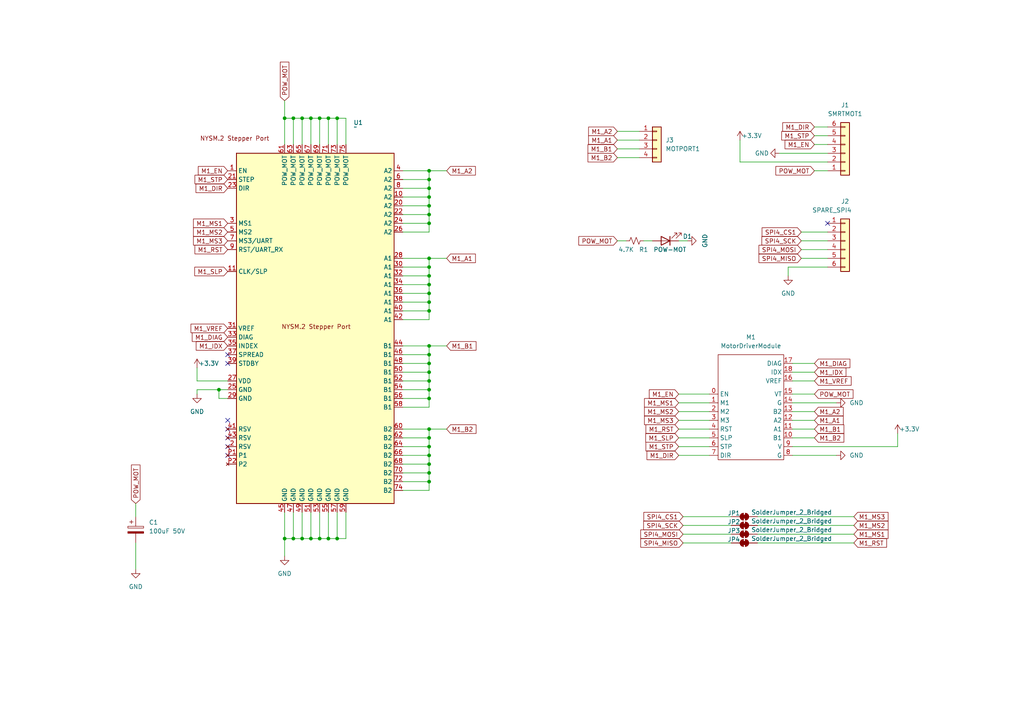
<source format=kicad_sch>
(kicad_sch (version 20231120) (generator "eeschema") (generator_version "8.0")
  (paper "A4")
  (title_block (title "NYSM.2 Stepper Driver Evaluation Carrier Board") (date "2024-12-08") (rev "1") (company "Boltz R&D") (comment 1 "Licensed Under GPLV3") (comment 2 "To be used as a reference to integrate NYSM.2 In your designs"))
  (lib_symbols
    (symbol "Connector_Generic:Conn_01x04" (pin_names (offset 1.016) hide)
      (property "Reference" "J" (at 0 5.08 0))
      (property "Value" "Conn_01x04" (at 0 -7.62 0))
      (symbol "Conn_01x04_1_1"
        (rectangle (start -1.27 -4.953) (end 0 -5.207) (stroke (width 0.1524)))
        (rectangle (start -1.27 -2.413) (end 0 -2.667) (stroke (width 0.1524)))
        (rectangle (start -1.27 0.127) (end 0 -0.127) (stroke (width 0.1524)))
        (rectangle (start -1.27 2.667) (end 0 2.413) (stroke (width 0.1524)))
        (rectangle (start -1.27 3.81) (end 1.27 -6.35) (stroke (width 0.254)) (fill (type background)))
        (pin passive line (at -5.08 2.54 0) (length 3.81) (name "Pin_1") (number "1"))
        (pin passive line (at -5.08 0 0) (length 3.81) (name "Pin_2") (number "2"))
        (pin passive line (at -5.08 -2.54 0) (length 3.81) (name "Pin_3") (number "3"))
        (pin passive line (at -5.08 -5.08 0) (length 3.81) (name "Pin_4") (number "4"))
      )
    )
    (symbol "Connector_Generic:Conn_01x06" (pin_names (offset 1.016) hide)
      (property "Reference" "J" (at 0 7.62 0))
      (property "Value" "Conn_01x06" (at 0 -10.16 0))
      (symbol "Conn_01x06_1_1"
        (rectangle (start -1.27 -7.493) (end 0 -7.747) (stroke (width 0.1524)))
        (rectangle (start -1.27 -4.953) (end 0 -5.207) (stroke (width 0.1524)))
        (rectangle (start -1.27 -2.413) (end 0 -2.667) (stroke (width 0.1524)))
        (rectangle (start -1.27 0.127) (end 0 -0.127) (stroke (width 0.1524)))
        (rectangle (start -1.27 2.667) (end 0 2.413) (stroke (width 0.1524)))
        (rectangle (start -1.27 5.207) (end 0 4.953) (stroke (width 0.1524)))
        (rectangle (start -1.27 6.35) (end 1.27 -8.89) (stroke (width 0.254)) (fill (type background)))
        (pin passive line (at -5.08 5.08 0) (length 3.81) (name "Pin_1") (number "1"))
        (pin passive line (at -5.08 2.54 0) (length 3.81) (name "Pin_2") (number "2"))
        (pin passive line (at -5.08 0 0) (length 3.81) (name "Pin_3") (number "3"))
        (pin passive line (at -5.08 -2.54 0) (length 3.81) (name "Pin_4") (number "4"))
        (pin passive line (at -5.08 -5.08 0) (length 3.81) (name "Pin_5") (number "5"))
        (pin passive line (at -5.08 -7.62 0) (length 3.81) (name "Pin_6") (number "6"))
      )
    )
    (symbol "Device:C_Polarized" (pin_numbers hide) (pin_names (offset 0.254))
      (property "Reference" "C" (at 0.635 2.54 0))
      (property "Value" "C_Polarized" (at 0.635 -2.54 0))
      (symbol "C_Polarized_0_1"
        (rectangle (start -2.286 0.508) (end 2.286 1.016))
        (polyline (pts (xy -1.778 2.286) (xy -0.762 2.286)))
        (polyline (pts (xy -1.27 2.794) (xy -1.27 1.778)))
        (rectangle (start 2.286 -0.508) (end -2.286 -1.016) (fill (type outline)))
      )
      (symbol "C_Polarized_1_1"
        (pin passive line (at 0 3.81 270) (length 2.794) (name "~") (number "1"))
        (pin passive line (at 0 -3.81 90) (length 2.794) (name "~") (number "2"))
      )
    )
    (symbol "Device:LED" (pin_numbers hide) (pin_names (offset 1.016) hide)
      (property "Reference" "D" (at 0 2.54 0))
      (property "Value" "LED" (at 0 -2.54 0))
      (symbol "LED_0_1"
        (polyline (pts (xy -1.27 -1.27) (xy -1.27 1.27)) (stroke (width 0.254)))
        (polyline (pts (xy -1.27 0) (xy 1.27 0)))
        (polyline (pts (xy 1.27 -1.27) (xy 1.27 1.27) (xy -1.27 0) (xy 1.27 -1.27)) (stroke (width 0.254)))
        (polyline (pts (xy -3.048 -0.762) (xy -4.572 -2.286) (xy -3.81 -2.286) (xy -4.572 -2.286) (xy -4.572 -1.524)))
        (polyline (pts (xy -1.778 -0.762) (xy -3.302 -2.286) (xy -2.54 -2.286) (xy -3.302 -2.286) (xy -3.302 -1.524)))
      )
      (symbol "LED_1_1"
        (pin passive line (at -3.81 0 0) (length 2.54) (name "K") (number "1"))
        (pin passive line (at 3.81 0 180) (length 2.54) (name "A") (number "2"))
      )
    )
    (symbol "Device:R_Small_US" (pin_numbers hide) (pin_names (offset 0.254) hide)
      (property "Reference" "R" (at 0.762 0.508 0))
      (property "Value" "R_Small_US" (at 0.762 -1.016 0))
      (symbol "R_Small_US_1_1"
        (polyline (pts (xy 0 0) (xy 1.016 -0.381) (xy 0 -0.762) (xy -1.016 -1.143) (xy 0 -1.524)))
        (polyline (pts (xy 0 1.524) (xy 1.016 1.143) (xy 0 0.762) (xy -1.016 0.381) (xy 0 0)))
        (pin passive line (at 0 2.54 270) (length 1.016) (name "~") (number "1"))
        (pin passive line (at 0 -2.54 90) (length 1.016) (name "~") (number "2"))
      )
    )
    (symbol "Jumper:SolderJumper_2_Bridged" (pin_numbers hide) (pin_names (offset 0) hide) (exclude_from_sim yes) (in_bom no)
      (property "Reference" "JP" (at 0 2.032 0))
      (property "Value" "SolderJumper_2_Bridged" (at 0 -2.54 0))
      (symbol "SolderJumper_2_Bridged_0_1"
        (rectangle (start -0.508 0.508) (end 0.508 -0.508) (fill (type outline)))
        (arc (start -0.254 1.016) (mid -1.2656 0) (end -0.254 -1.016))
        (arc (start -0.254 1.016) (mid -1.2656 0) (end -0.254 -1.016) (fill (type outline)))
        (polyline (pts (xy -0.254 1.016) (xy -0.254 -1.016)))
        (polyline (pts (xy 0.254 1.016) (xy 0.254 -1.016)))
        (arc (start 0.254 -1.016) (mid 1.2656 0) (end 0.254 1.016))
        (arc (start 0.254 -1.016) (mid 1.2656 0) (end 0.254 1.016) (fill (type outline)))
      )
      (symbol "SolderJumper_2_Bridged_1_1"
        (pin passive line (at -3.81 0 0) (length 2.54) (name "A") (number "1"))
        (pin passive line (at 3.81 0 180) (length 2.54) (name "B") (number "2"))
      )
    )
    (symbol "NYSM2_Stepper_Socket:NYSM2_Stepper_Socket"
      (property "Reference" "U" (at -31.242 57.404 0))
      (symbol "NYSM2_Stepper_Socket_0_1"
        (rectangle (start -21.59 50.8) (end 24.13 -50.8) (stroke (width 0.254)) (fill (type background)))
      )
      (symbol "NYSM2_Stepper_Socket_1_1"
        (text "NYSM.2 Stepper Port" (at -22.098 55.118 0) (effects (font (size 1.27 1.27))))
        (text "NYSM.2 Stepper Port" (at 1.524 0.508 0) (effects (font (size 1.27 1.27))))
        (pin input line (at -24.13 45.72 0) (length 2.54) (name "EN") (number "1"))
        (pin output line (at 26.67 38.1 180) (length 2.54) (name "A2") (number "10"))
        (pin input line (at -24.13 16.51 0) (length 2.54) (name "CLK/SLP") (number "11"))
        (pin no_connect line (at -24.13 -34.29 0) (length 2.54) (name "RSV") (number "2"))
        (pin output line (at 26.67 35.56 180) (length 2.54) (name "A2") (number "20"))
        (pin input line (at -24.13 43.18 0) (length 2.54) (name "STEP") (number "21"))
        (pin output line (at 26.67 33.02 180) (length 2.54) (name "A2") (number "22"))
        (pin input line (at -24.13 40.64 0) (length 2.54) (name "DIR") (number "23"))
        (pin output line (at 26.67 30.48 180) (length 2.54) (name "A2") (number "24"))
        (pin bidirectional line (at -24.13 -17.78 0) (length 2.54) (name "GND") (number "25"))
        (pin output line (at 26.67 27.94 180) (length 2.54) (name "A2") (number "26"))
        (pin bidirectional line (at -24.13 -15.24 0) (length 2.54) (name "VDD") (number "27"))
        (pin output line (at 26.67 20.32 180) (length 2.54) (name "A1") (number "28"))
        (pin bidirectional line (at -24.13 -20.32 0) (length 2.54) (name "GND") (number "29"))
        (pin input line (at -24.13 30.48 0) (length 2.54) (name "MS1") (number "3"))
        (pin output line (at 26.67 17.78 180) (length 2.54) (name "A1") (number "30"))
        (pin bidirectional line (at -24.13 0 0) (length 2.54) (name "VREF") (number "31"))
        (pin output line (at 26.67 15.24 180) (length 2.54) (name "A1") (number "32"))
        (pin bidirectional line (at -24.13 -2.54 0) (length 2.54) (name "DIAG") (number "33"))
        (pin output line (at 26.67 12.7 180) (length 2.54) (name "A1") (number "34"))
        (pin bidirectional line (at -24.13 -5.08 0) (length 2.54) (name "INDEX") (number "35"))
        (pin output line (at 26.67 10.16 180) (length 2.54) (name "A1") (number "36"))
        (pin bidirectional line (at -24.13 -7.62 0) (length 2.54) (name "SPREAD") (number "37"))
        (pin output line (at 26.67 7.62 180) (length 2.54) (name "A1") (number "38"))
        (pin bidirectional line (at -24.13 -10.16 0) (length 2.54) (name "STDBY") (number "39"))
        (pin output line (at 26.67 45.72 180) (length 2.54) (name "A2") (number "4"))
        (pin output line (at 26.67 5.08 180) (length 2.54) (name "A1") (number "40"))
        (pin no_connect line (at -24.13 -29.21 0) (length 2.54) (name "RSV") (number "41"))
        (pin output line (at 26.67 2.54 180) (length 2.54) (name "A1") (number "42"))
        (pin no_connect line (at -24.13 -31.75 0) (length 2.54) (name "RSV") (number "43"))
        (pin output line (at 26.67 -5.08 180) (length 2.54) (name "B1") (number "44"))
        (pin power_in line (at -7.62 -53.34 90) (length 2.54) (name "GND") (number "45"))
        (pin output line (at 26.67 -7.62 180) (length 2.54) (name "B1") (number "46"))
        (pin power_in line (at -5.08 -53.34 90) (length 2.54) (name "GND") (number "47"))
        (pin output line (at 26.67 -10.16 180) (length 2.54) (name "B1") (number "48"))
        (pin power_in line (at -2.54 -53.34 90) (length 2.54) (name "GND") (number "49"))
        (pin input line (at -24.13 27.94 0) (length 2.54) (name "MS2") (number "5"))
        (pin output line (at 26.67 -12.7 180) (length 2.54) (name "B1") (number "50"))
        (pin power_in line (at 0 -53.34 90) (length 2.54) (name "GND") (number "51"))
        (pin output line (at 26.67 -15.24 180) (length 2.54) (name "B1") (number "52"))
        (pin power_in line (at 2.54 -53.34 90) (length 2.54) (name "GND") (number "53"))
        (pin output line (at 26.67 -17.78 180) (length 2.54) (name "B1") (number "54"))
        (pin power_in line (at 5.08 -53.34 90) (length 2.54) (name "GND") (number "55"))
        (pin output line (at 26.67 -20.32 180) (length 2.54) (name "B1") (number "56"))
        (pin power_in line (at 7.62 -53.34 90) (length 2.54) (name "GND") (number "57"))
        (pin output line (at 26.67 -22.86 180) (length 2.54) (name "B1") (number "58"))
        (pin power_in line (at 10.16 -53.34 90) (length 2.54) (name "GND") (number "59"))
        (pin output line (at 26.67 43.18 180) (length 2.54) (name "A2") (number "6"))
        (pin output line (at 26.67 -29.21 180) (length 2.54) (name "B2") (number "60"))
        (pin power_in line (at -7.62 53.34 270) (length 2.54) (name "POW_MOT") (number "61"))
        (pin output line (at 26.67 -31.75 180) (length 2.54) (name "B2") (number "62"))
        (pin power_in line (at -5.08 53.34 270) (length 2.54) (name "POW_MOT") (number "63"))
        (pin output line (at 26.67 -34.29 180) (length 2.54) (name "B2") (number "64"))
        (pin power_in line (at -2.54 53.34 270) (length 2.54) (name "POW_MOT") (number "65"))
        (pin output line (at 26.67 -36.83 180) (length 2.54) (name "B2") (number "66"))
        (pin power_in line (at 0 53.34 270) (length 2.54) (name "POW_MOT") (number "67"))
        (pin output line (at 26.67 -39.37 180) (length 2.54) (name "B2") (number "68"))
        (pin power_in line (at 2.54 53.34 270) (length 2.54) (name "POW_MOT") (number "69"))
        (pin input line (at -24.13 25.4 0) (length 2.54) (name "MS3/UART") (number "7"))
        (pin output line (at 26.67 -41.91 180) (length 2.54) (name "B2") (number "70"))
        (pin power_in line (at 5.08 53.34 270) (length 2.54) (name "POW_MOT") (number "71"))
        (pin output line (at 26.67 -44.45 180) (length 2.54) (name "B2") (number "72"))
        (pin power_in line (at 7.62 53.34 270) (length 2.54) (name "POW_MOT") (number "73"))
        (pin output line (at 26.67 -46.99 180) (length 2.54) (name "B2") (number "74"))
        (pin power_in line (at 10.16 53.34 270) (length 2.54) (name "POW_MOT") (number "75"))
        (pin output line (at 26.67 40.64 180) (length 2.54) (name "A2") (number "8"))
        (pin input line (at -24.13 22.86 0) (length 2.54) (name "RST/UART_RX") (number "9"))
        (pin no_connect line (at -24.13 -36.83 0) (length 2.54) (name "P1") (number "P1"))
        (pin no_connect line (at -24.13 -39.37 0) (length 2.54) (name "P2") (number "P2"))
      )
    )
    (symbol "motordrivermodule:MotorDriverModule"
      (property "Reference" "M" (at 0 11.43 0))
      (property "Value" "MotorDriverModule" (at 0 8.89 0))
      (symbol "MotorDriverModule_0_1"
        (rectangle (start -8.89 6.35) (end 10.16 -24.13))
      )
      (symbol "MotorDriverModule_1_1"
        (pin passive line (at -11.43 -5.08 0) (length 2.54) (name "EN") (number "0"))
        (pin passive line (at -11.43 -7.62 0) (length 2.54) (name "M1") (number "1"))
        (pin passive line (at 12.7 -17.78 180) (length 2.54) (name "B1") (number "10"))
        (pin passive line (at 12.7 -15.24 180) (length 2.54) (name "A1") (number "11"))
        (pin passive line (at 12.7 -12.7 180) (length 2.54) (name "A2") (number "12"))
        (pin passive line (at 12.7 -10.16 180) (length 2.54) (name "B2") (number "13"))
        (pin passive line (at 12.7 -7.62 180) (length 2.54) (name "G") (number "14"))
        (pin passive line (at 12.7 -5.08 180) (length 2.54) (name "VT") (number "15"))
        (pin passive line (at 12.7 -1.27 180) (length 2.54) (name "VREF") (number "16"))
        (pin passive line (at 12.7 3.81 180) (length 2.54) (name "DIAG") (number "17"))
        (pin passive line (at 12.7 1.27 180) (length 2.54) (name "IDX") (number "18"))
        (pin passive line (at -11.43 -10.16 0) (length 2.54) (name "M2") (number "2"))
        (pin passive line (at -11.43 -12.7 0) (length 2.54) (name "M3") (number "3"))
        (pin passive line (at -11.43 -15.24 0) (length 2.54) (name "RST") (number "4"))
        (pin passive line (at -11.43 -17.78 0) (length 2.54) (name "SLP") (number "5"))
        (pin passive line (at -11.43 -20.32 0) (length 2.54) (name "STP") (number "6"))
        (pin passive line (at -11.43 -22.86 0) (length 2.54) (name "DIR") (number "7"))
        (pin passive line (at 12.7 -22.86 180) (length 2.54) (name "G") (number "8"))
        (pin passive line (at 12.7 -20.32 180) (length 2.54) (name "V") (number "9"))
      )
    )
    (symbol "power:+3.3V" (power) (pin_names (offset 0))
      (property "Value" "+3.3V" (at 0 3.556 0))
      (symbol "+3.3V_0_1"
        (polyline (pts (xy -0.762 1.27) (xy 0 2.54)))
        (polyline (pts (xy 0 0) (xy 0 2.54)))
        (polyline (pts (xy 0 2.54) (xy 0.762 1.27)))
      )
      (symbol "+3.3V_1_1"
        (pin power_in line (at 0 0 90) (length 0) hide (name "+3.3V") (number "1"))
      )
    )
    (symbol "power:GND" (power) (pin_names (offset 0))
      (property "Value" "GND" (at 0 -3.81 0))
      (symbol "GND_0_1"
        (polyline (pts (xy 0 0) (xy 0 -1.27) (xy 1.27 -1.27) (xy 0 -2.54) (xy -1.27 -1.27) (xy 0 -1.27)))
      )
      (symbol "GND_1_1"
        (pin power_in line (at 0 0 270) (length 0) hide (name "GND") (number "1"))
      )
    )
  )
  (junction (at 124.46 124.46))
  (junction (at 90.17 34.29))
  (junction (at 124.46 85.09))
  (junction (at 124.46 54.61))
  (junction (at 124.46 100.33))
  (junction (at 87.63 156.21))
  (junction (at 124.46 107.95))
  (junction (at 124.46 105.41))
  (junction (at 124.46 49.53))
  (junction (at 95.25 34.29))
  (junction (at 97.79 156.21))
  (junction (at 90.17 156.21))
  (junction (at 92.71 34.29))
  (junction (at 124.46 87.63))
  (junction (at 124.46 82.55))
  (junction (at 124.46 134.62))
  (junction (at 92.71 156.21))
  (junction (at 95.25 156.21))
  (junction (at 124.46 74.93))
  (junction (at 63.5 113.03))
  (junction (at 124.46 102.87))
  (junction (at 124.46 139.7))
  (junction (at 124.46 129.54))
  (junction (at 124.46 52.07))
  (junction (at 124.46 80.01))
  (junction (at 124.46 132.08))
  (junction (at 124.46 113.03))
  (junction (at 124.46 115.57))
  (junction (at 124.46 59.69))
  (junction (at 124.46 127))
  (junction (at 124.46 62.23))
  (junction (at 82.55 156.21))
  (junction (at 124.46 64.77))
  (junction (at 85.09 34.29))
  (junction (at 124.46 57.15))
  (junction (at 124.46 137.16))
  (junction (at 124.46 77.47))
  (junction (at 97.79 34.29))
  (junction (at 124.46 110.49))
  (junction (at 82.55 34.29))
  (junction (at 87.63 34.29))
  (junction (at 124.46 90.17))
  (junction (at 85.09 156.21))
  (no_connect (at 66.04 102.87))
  (no_connect (at 66.04 124.46))
  (no_connect (at 66.04 127))
  (no_connect (at 66.04 121.92))
  (no_connect (at 66.04 105.41))
  (no_connect (at 66.04 132.08))
  (no_connect (at 66.04 129.54))
  (no_connect (at 240.03 64.77))
  (wire (pts (xy 196.85 114.3) (xy 205.74 114.3)))
  (wire (pts (xy 240.03 41.91) (xy 236.22 41.91)))
  (wire (pts (xy 124.46 49.53) (xy 116.84 49.53)))
  (wire (pts (xy 129.54 100.33) (xy 124.46 100.33)))
  (wire (pts (xy 116.84 82.55) (xy 124.46 82.55)))
  (wire (pts (xy 92.71 156.21) (xy 90.17 156.21)))
  (wire (pts (xy 229.87 132.08) (xy 242.57 132.08)))
  (wire (pts (xy 124.46 64.77) (xy 116.84 64.77)))
  (wire (pts (xy 39.37 157.48) (xy 39.37 165.1)))
  (wire (pts (xy 116.84 127) (xy 124.46 127)))
  (wire (pts (xy 116.84 142.24) (xy 124.46 142.24)))
  (wire (pts (xy 85.09 156.21) (xy 82.55 156.21)))
  (wire (pts (xy 116.84 62.23) (xy 124.46 62.23)))
  (wire (pts (xy 124.46 54.61) (xy 116.84 54.61)))
  (wire (pts (xy 124.46 77.47) (xy 124.46 74.93)))
  (wire (pts (xy 116.84 137.16) (xy 124.46 137.16)))
  (wire (pts (xy 100.33 41.91) (xy 100.33 34.29)))
  (wire (pts (xy 124.46 92.71) (xy 124.46 90.17)))
  (wire (pts (xy 236.22 110.49) (xy 229.87 110.49)))
  (wire (pts (xy 92.71 156.21) (xy 92.71 148.59)))
  (wire (pts (xy 90.17 148.59) (xy 90.17 156.21)))
  (wire (pts (xy 124.46 115.57) (xy 124.46 113.03)))
  (wire (pts (xy 124.46 90.17) (xy 116.84 90.17)))
  (wire (pts (xy 124.46 134.62) (xy 116.84 134.62)))
  (wire (pts (xy 124.46 64.77) (xy 124.46 62.23)))
  (wire (pts (xy 66.04 110.49) (xy 57.15 110.49)))
  (wire (pts (xy 236.22 124.46) (xy 229.87 124.46)))
  (wire (pts (xy 236.22 119.38) (xy 229.87 119.38)))
  (wire (pts (xy 229.87 129.54) (xy 260.35 129.54)))
  (wire (pts (xy 92.71 34.29) (xy 90.17 34.29)))
  (wire (pts (xy 87.63 156.21) (xy 85.09 156.21)))
  (wire (pts (xy 240.03 77.47) (xy 228.6 77.47)))
  (wire (pts (xy 97.79 34.29) (xy 97.79 41.91)))
  (wire (pts (xy 198.12 149.86) (xy 212.09 149.86)))
  (wire (pts (xy 124.46 80.01) (xy 116.84 80.01)))
  (wire (pts (xy 179.07 69.85) (xy 181.61 69.85)) (stroke (width 0.152)))
  (wire (pts (xy 100.33 148.59) (xy 100.33 156.21)))
  (wire (pts (xy 124.46 137.16) (xy 124.46 134.62)))
  (wire (pts (xy 124.46 85.09) (xy 124.46 82.55)))
  (wire (pts (xy 97.79 34.29) (xy 95.25 34.29)))
  (wire (pts (xy 82.55 156.21) (xy 82.55 148.59)))
  (wire (pts (xy 196.85 116.84) (xy 205.74 116.84)))
  (wire (pts (xy 124.46 100.33) (xy 116.84 100.33)))
  (wire (pts (xy 124.46 57.15) (xy 124.46 54.61)))
  (wire (pts (xy 90.17 156.21) (xy 87.63 156.21)))
  (wire (pts (xy 85.09 41.91) (xy 85.09 34.29)))
  (wire (pts (xy 179.07 45.72) (xy 185.42 45.72)))
  (wire (pts (xy 240.03 74.93) (xy 232.41 74.93)))
  (wire (pts (xy 57.15 110.49) (xy 57.15 106.68)))
  (wire (pts (xy 95.25 156.21) (xy 92.71 156.21)))
  (wire (pts (xy 247.65 149.86) (xy 219.71 149.86)))
  (wire (pts (xy 39.37 146.05) (xy 39.37 149.86)))
  (wire (pts (xy 124.46 139.7) (xy 116.84 139.7)))
  (wire (pts (xy 124.46 59.69) (xy 124.46 57.15)))
  (wire (pts (xy 196.85 124.46) (xy 205.74 124.46)))
  (wire (pts (xy 247.65 154.94) (xy 219.71 154.94)))
  (wire (pts (xy 236.22 121.92) (xy 229.87 121.92)))
  (wire (pts (xy 116.84 87.63) (xy 124.46 87.63)))
  (wire (pts (xy 124.46 113.03) (xy 124.46 110.49)))
  (wire (pts (xy 116.84 67.31) (xy 124.46 67.31)))
  (wire (pts (xy 124.46 105.41) (xy 116.84 105.41)))
  (wire (pts (xy 129.54 74.93) (xy 124.46 74.93)))
  (wire (pts (xy 124.46 107.95) (xy 124.46 105.41)))
  (wire (pts (xy 95.25 148.59) (xy 95.25 156.21)))
  (wire (pts (xy 236.22 107.95) (xy 229.87 107.95)))
  (wire (pts (xy 228.6 77.47) (xy 228.6 80.01)))
  (wire (pts (xy 129.54 49.53) (xy 124.46 49.53)))
  (wire (pts (xy 198.12 152.4) (xy 212.09 152.4)))
  (wire (pts (xy 179.07 43.18) (xy 185.42 43.18)))
  (wire (pts (xy 116.84 77.47) (xy 124.46 77.47)))
  (wire (pts (xy 124.46 129.54) (xy 124.46 127)))
  (wire (pts (xy 229.87 116.84) (xy 242.57 116.84)))
  (wire (pts (xy 82.55 161.29) (xy 82.55 156.21)))
  (wire (pts (xy 97.79 156.21) (xy 95.25 156.21)))
  (wire (pts (xy 124.46 127) (xy 124.46 124.46)))
  (wire (pts (xy 186.69 69.85) (xy 189.23 69.85)))
  (wire (pts (xy 179.07 40.64) (xy 185.42 40.64)))
  (wire (pts (xy 124.46 67.31) (xy 124.46 64.77)))
  (wire (pts (xy 100.33 34.29) (xy 97.79 34.29)))
  (wire (pts (xy 90.17 41.91) (xy 90.17 34.29)))
  (wire (pts (xy 124.46 85.09) (xy 116.84 85.09)))
  (wire (pts (xy 129.54 124.46) (xy 124.46 124.46)))
  (wire (pts (xy 196.85 121.92) (xy 205.74 121.92)))
  (wire (pts (xy 82.55 34.29) (xy 82.55 41.91)))
  (wire (pts (xy 240.03 44.45) (xy 226.06 44.45)))
  (wire (pts (xy 124.46 102.87) (xy 124.46 100.33)))
  (wire (pts (xy 97.79 156.21) (xy 97.79 148.59)))
  (wire (pts (xy 100.33 156.21) (xy 97.79 156.21)))
  (wire (pts (xy 63.5 115.57) (xy 63.5 113.03)))
  (wire (pts (xy 92.71 34.29) (xy 92.71 41.91)))
  (wire (pts (xy 124.46 118.11) (xy 124.46 115.57)))
  (wire (pts (xy 95.25 41.91) (xy 95.25 34.29)))
  (wire (pts (xy 85.09 148.59) (xy 85.09 156.21)))
  (wire (pts (xy 124.46 105.41) (xy 124.46 102.87)))
  (wire (pts (xy 240.03 46.99) (xy 214.63 46.99)))
  (wire (pts (xy 116.84 92.71) (xy 124.46 92.71)))
  (wire (pts (xy 87.63 156.21) (xy 87.63 148.59)))
  (wire (pts (xy 116.84 118.11) (xy 124.46 118.11)))
  (wire (pts (xy 85.09 34.29) (xy 82.55 34.29)))
  (wire (pts (xy 196.85 132.08) (xy 205.74 132.08)))
  (wire (pts (xy 124.46 115.57) (xy 116.84 115.57)))
  (wire (pts (xy 57.15 113.03) (xy 57.15 114.3)))
  (wire (pts (xy 82.55 29.21) (xy 82.55 34.29)))
  (wire (pts (xy 124.46 124.46) (xy 116.84 124.46)))
  (wire (pts (xy 124.46 110.49) (xy 116.84 110.49)))
  (wire (pts (xy 124.46 80.01) (xy 124.46 77.47)))
  (wire (pts (xy 198.12 157.48) (xy 212.09 157.48)))
  (wire (pts (xy 124.46 87.63) (xy 124.46 85.09)))
  (wire (pts (xy 247.65 157.48) (xy 219.71 157.48)))
  (wire (pts (xy 240.03 69.85) (xy 232.41 69.85)))
  (wire (pts (xy 116.84 132.08) (xy 124.46 132.08)))
  (wire (pts (xy 90.17 34.29) (xy 87.63 34.29)))
  (wire (pts (xy 179.07 38.1) (xy 185.42 38.1)))
  (wire (pts (xy 124.46 82.55) (xy 124.46 80.01)))
  (wire (pts (xy 124.46 142.24) (xy 124.46 139.7)))
  (wire (pts (xy 124.46 90.17) (xy 124.46 87.63)))
  (wire (pts (xy 124.46 132.08) (xy 124.46 129.54)))
  (wire (pts (xy 116.84 107.95) (xy 124.46 107.95)))
  (wire (pts (xy 95.25 34.29) (xy 92.71 34.29)))
  (wire (pts (xy 124.46 139.7) (xy 124.46 137.16)))
  (wire (pts (xy 116.84 113.03) (xy 124.46 113.03)))
  (wire (pts (xy 124.46 59.69) (xy 116.84 59.69)))
  (wire (pts (xy 236.22 127) (xy 229.87 127)))
  (wire (pts (xy 87.63 34.29) (xy 87.63 41.91)))
  (wire (pts (xy 240.03 39.37) (xy 236.22 39.37)))
  (wire (pts (xy 196.85 127) (xy 205.74 127)))
  (wire (pts (xy 240.03 72.39) (xy 232.41 72.39)))
  (wire (pts (xy 124.46 54.61) (xy 124.46 52.07)))
  (wire (pts (xy 116.84 57.15) (xy 124.46 57.15)))
  (wire (pts (xy 124.46 52.07) (xy 124.46 49.53)))
  (wire (pts (xy 87.63 34.29) (xy 85.09 34.29)))
  (wire (pts (xy 198.12 154.94) (xy 212.09 154.94)))
  (wire (pts (xy 116.84 102.87) (xy 124.46 102.87)))
  (wire (pts (xy 66.04 113.03) (xy 63.5 113.03)))
  (wire (pts (xy 247.65 152.4) (xy 219.71 152.4)))
  (wire (pts (xy 63.5 113.03) (xy 57.15 113.03)))
  (wire (pts (xy 196.85 129.54) (xy 205.74 129.54)))
  (wire (pts (xy 196.85 69.85) (xy 199.39 69.85)))
  (wire (pts (xy 116.84 52.07) (xy 124.46 52.07)))
  (wire (pts (xy 124.46 129.54) (xy 116.84 129.54)))
  (wire (pts (xy 196.85 119.38) (xy 205.74 119.38)))
  (wire (pts (xy 124.46 62.23) (xy 124.46 59.69)))
  (wire (pts (xy 240.03 67.31) (xy 232.41 67.31)))
  (wire (pts (xy 236.22 114.3) (xy 229.87 114.3)))
  (wire (pts (xy 124.46 74.93) (xy 116.84 74.93)))
  (wire (pts (xy 240.03 49.53) (xy 236.22 49.53)))
  (wire (pts (xy 124.46 110.49) (xy 124.46 107.95)))
  (wire (pts (xy 214.63 46.99) (xy 214.63 40.64)))
  (wire (pts (xy 236.22 105.41) (xy 229.87 105.41)))
  (wire (pts (xy 260.35 129.54) (xy 260.35 125.73)))
  (wire (pts (xy 124.46 134.62) (xy 124.46 132.08)))
  (wire (pts (xy 240.03 36.83) (xy 236.22 36.83)))
  (wire (pts (xy 66.04 115.57) (xy 63.5 115.57)))
  (global_label "M1_A1" (shape input) (at 129.54 74.93 0) (property "Intersheetrefs" "${INTERSHEET_REFS}" (effects (hide yes))))
  (global_label "M1_B1" (shape input) (at 129.54 100.33 0) (property "Intersheetrefs" "${INTERSHEET_REFS}" (effects (hide yes))))
  (global_label "POW_MOT" (shape input) (at 39.37 146.05 90) (property "Intersheetrefs" "${INTERSHEET_REFS}" (effects (hide yes))))
  (global_label "M1_MS3" (shape input) (at 247.65 149.86 0) (property "Intersheetrefs" "${INTERSHEET_REFS}" (effects (hide yes))))
  (global_label "M1_IDX" (shape input) (at 66.04 100.33 180) (property "Intersheetrefs" "${INTERSHEET_REFS}" (effects (hide yes))))
  (global_label "M1_VREF" (shape input) (at 66.04 95.25 180) (property "Intersheetrefs" "${INTERSHEET_REFS}" (effects (hide yes))))
  (global_label "M1_IDX" (shape input) (at 236.22 107.95 0) (property "Intersheetrefs" "${INTERSHEET_REFS}" (effects (hide yes))))
  (global_label "M1_B1" (shape input) (at 236.22 124.46 0) (property "Intersheetrefs" "${INTERSHEET_REFS}" (effects (hide yes))))
  (global_label "M1_MS3" (shape input) (at 66.04 69.85 180) (property "Intersheetrefs" "${INTERSHEET_REFS}" (effects (hide yes))))
  (global_label "M1_MS1" (shape input) (at 196.85 116.84 180) (property "Intersheetrefs" "${INTERSHEET_REFS}" (effects (hide yes))))
  (global_label "SPI4_MISO" (shape input) (at 198.12 157.48 180) (property "Intersheetrefs" "${INTERSHEET_REFS}" (effects (hide yes))))
  (global_label "M1_DIR" (shape input) (at 66.04 54.61 180) (property "Intersheetrefs" "${INTERSHEET_REFS}" (effects (hide yes))))
  (global_label "M1_SLP" (shape input) (at 196.85 127 180) (property "Intersheetrefs" "${INTERSHEET_REFS}" (effects (hide yes))))
  (global_label "POW_MOT" (shape input) (at 236.22 49.53 180) (property "Intersheetrefs" "${INTERSHEET_REFS}" (effects (hide yes))))
  (global_label "M1_A2" (shape input) (at 236.22 119.38 0) (property "Intersheetrefs" "${INTERSHEET_REFS}" (effects (hide yes))))
  (global_label "POW_MOT" (shape input) (at 82.55 29.21 90) (property "Intersheetrefs" "${INTERSHEET_REFS}" (effects (hide yes))))
  (global_label "SPI4_CS1" (shape input) (at 198.12 149.86 180) (property "Intersheetrefs" "${INTERSHEET_REFS}" (effects (hide yes))))
  (global_label "M1_MS2" (shape input) (at 196.85 119.38 180) (property "Intersheetrefs" "${INTERSHEET_REFS}" (effects (hide yes))))
  (global_label "SPI4_CS1" (shape input) (at 232.41 67.31 180) (property "Intersheetrefs" "${INTERSHEET_REFS}" (effects (hide yes))))
  (global_label "M1_STP" (shape input) (at 66.04 52.07 180) (property "Intersheetrefs" "${INTERSHEET_REFS}" (effects (hide yes))))
  (global_label "M1_EN" (shape input) (at 196.85 114.3 180) (property "Intersheetrefs" "${INTERSHEET_REFS}" (effects (hide yes))))
  (global_label "M1_B2" (shape input) (at 129.54 124.46 0) (property "Intersheetrefs" "${INTERSHEET_REFS}" (effects (hide yes))))
  (global_label "M1_RST" (shape input) (at 247.65 157.48 0) (property "Intersheetrefs" "${INTERSHEET_REFS}" (effects (hide yes))))
  (global_label "M1_A2" (shape input) (at 129.54 49.53 0) (property "Intersheetrefs" "${INTERSHEET_REFS}" (effects (hide yes))))
  (global_label "M1_DIAG" (shape input) (at 66.04 97.79 180) (property "Intersheetrefs" "${INTERSHEET_REFS}" (effects (hide yes))))
  (global_label "M1_RST" (shape input) (at 66.04 72.39 180) (property "Intersheetrefs" "${INTERSHEET_REFS}" (effects (hide yes))))
  (global_label "M1_DIAG" (shape input) (at 236.22 105.41 0) (property "Intersheetrefs" "${INTERSHEET_REFS}" (effects (hide yes))))
  (global_label "M1_EN" (shape input) (at 66.04 49.53 180) (property "Intersheetrefs" "${INTERSHEET_REFS}" (effects (hide yes))))
  (global_label "M1_B1" (shape input) (at 179.07 43.18 180) (property "Intersheetrefs" "${INTERSHEET_REFS}" (effects (hide yes))))
  (global_label "M1_MS1" (shape input) (at 66.04 64.77 180) (property "Intersheetrefs" "${INTERSHEET_REFS}" (effects (hide yes))))
  (global_label "M1_MS3" (shape input) (at 196.85 121.92 180) (property "Intersheetrefs" "${INTERSHEET_REFS}" (effects (hide yes))))
  (global_label "M1_STP" (shape input) (at 196.85 129.54 180) (property "Intersheetrefs" "${INTERSHEET_REFS}" (effects (hide yes))))
  (global_label "M1_VREF" (shape input) (at 236.22 110.49 0) (property "Intersheetrefs" "${INTERSHEET_REFS}" (effects (hide yes))))
  (global_label "SPI4_SCK" (shape input) (at 198.12 152.4 180) (property "Intersheetrefs" "${INTERSHEET_REFS}" (effects (hide yes))))
  (global_label "M1_B2" (shape input) (at 179.07 45.72 180) (property "Intersheetrefs" "${INTERSHEET_REFS}" (effects (hide yes))))
  (global_label "M1_A2" (shape input) (at 179.07 38.1 180) (property "Intersheetrefs" "${INTERSHEET_REFS}" (effects (hide yes))))
  (global_label "M1_A1" (shape input) (at 179.07 40.64 180) (property "Intersheetrefs" "${INTERSHEET_REFS}" (effects (hide yes))))
  (global_label "POW_MOT" (shape input) (at 236.22 114.3 0) (property "Intersheetrefs" "${INTERSHEET_REFS}" (effects (hide yes))))
  (global_label "M1_MS1" (shape input) (at 247.65 154.94 0) (property "Intersheetrefs" "${INTERSHEET_REFS}" (effects (hide yes))))
  (global_label "SPI4_MOSI" (shape input) (at 198.12 154.94 180) (property "Intersheetrefs" "${INTERSHEET_REFS}" (effects (hide yes))))
  (global_label "M1_MS2" (shape input) (at 247.65 152.4 0) (property "Intersheetrefs" "${INTERSHEET_REFS}" (effects (hide yes))))
  (global_label "M1_SLP" (shape input) (at 66.04 78.74 180) (property "Intersheetrefs" "${INTERSHEET_REFS}" (effects (hide yes))))
  (global_label "M1_DIR" (shape input) (at 236.22 36.83 180) (property "Intersheetrefs" "${INTERSHEET_REFS}" (effects (hide yes))))
  (global_label "SPI4_MOSI" (shape input) (at 232.41 72.39 180) (property "Intersheetrefs" "${INTERSHEET_REFS}" (effects (hide yes))))
  (global_label "M1_DIR" (shape input) (at 196.85 132.08 180) (property "Intersheetrefs" "${INTERSHEET_REFS}" (effects (hide yes))))
  (global_label "POW_MOT" (shape input) (at 179.07 69.85 180) (property "Intersheetrefs" "${INTERSHEET_REFS}" (effects (hide yes))))
  (global_label "M1_RST" (shape input) (at 196.85 124.46 180) (property "Intersheetrefs" "${INTERSHEET_REFS}" (effects (hide yes))))
  (global_label "M1_MS2" (shape input) (at 66.04 67.31 180) (property "Intersheetrefs" "${INTERSHEET_REFS}" (effects (hide yes))))
  (global_label "M1_A1" (shape input) (at 236.22 121.92 0) (property "Intersheetrefs" "${INTERSHEET_REFS}" (effects (hide yes))))
  (global_label "M1_EN" (shape input) (at 236.22 41.91 180) (property "Intersheetrefs" "${INTERSHEET_REFS}" (effects (hide yes))))
  (global_label "M1_STP" (shape input) (at 236.22 39.37 180) (property "Intersheetrefs" "${INTERSHEET_REFS}" (effects (hide yes))))
  (global_label "SPI4_SCK" (shape input) (at 232.41 69.85 180) (property "Intersheetrefs" "${INTERSHEET_REFS}" (effects (hide yes))))
  (global_label "M1_B2" (shape input) (at 236.22 127 0) (property "Intersheetrefs" "${INTERSHEET_REFS}" (effects (hide yes))))
  (global_label "SPI4_MISO" (shape input) (at 232.41 74.93 180) (property "Intersheetrefs" "${INTERSHEET_REFS}" (effects (hide yes))))
  (symbol (lib_id "power:GND") (at 242.57 116.84 90) (mirror x) (unit 1)
    (property "Reference" "#PWR04" (effects (hide yes)))
    (property "Value" "GND" (at 246.38 116.8399 90) (effects (justify right)))
  )
  (symbol (lib_id "Device:C_Polarized") (at 39.37 153.67 0) (unit 1)
    (property "Reference" "C1" (at 43.18 151.5109 0) (effects (justify left)))
    (property "Value" "100uF 50V" (at 43.18 154.0509 0) (effects (justify left)))
    (property "Footprint" "Capacitor_THT:C_Radial_D8.0mm_H11.5mm_P3.50mm" (effects (hide yes)))
    (property "Description" "Polarized capacitor" (effects (hide yes)))
  )
  (symbol (lib_id "Connector_Generic:Conn_01x06") (at 245.11 44.45 0) (mirror x) (unit 1)
    (property "Reference" "J1" (at 245.11 30.48 0))
    (property "Value" "SMRTMOT1" (at 245.11 33.02 0))
    (property "Footprint" "connectorslibrary:53375-0610" (effects (hide yes)))
    (property "Manufacturer_Part_Number" "53375-0610" (effects (hide yes)))
  )
  (symbol (lib_id "power:GND") (at 228.6 80.01 0) (mirror y) (unit 1)
    (property "Reference" "#PWR03" (effects (hide yes)))
    (property "Value" "GND" (at 228.6 85.09 0))
  )
  (symbol (lib_id "NYSM2_Stepper_Socket:NYSM2_Stepper_Socket") (at 90.17 95.25 0) (unit 1)
    (property "Reference" "U1" (at 102.5241 35.56 0) (effects (justify left)))
    (property "Value" "~" (at 102.5241 36.83 0) (effects (justify left)))
    (property "Footprint" "MDT275B03001:AMPHENOL_MDT275B03001" (effects (hide yes)))
    (property "Manufacturer_Part_Number" "AS0BC21-S30BB-7H" (effects (hide yes)))
  )
  (symbol (lib_id "power:+3.3V") (at 57.15 106.68 0) (mirror y) (unit 1)
    (property "Reference" "#PWR07" (effects (hide yes)))
    (property "Value" "+3.3V" (at 63.5 105.41 0) (effects (justify left)))
  )
  (symbol (lib_id "Jumper:SolderJumper_2_Bridged") (at 215.9 154.94 0) (unit 1) (exclude_from_sim yes) (in_bom no)
    (property "Reference" "JP3" (at 212.852 153.924 0))
    (property "Value" "SolderJumper_2_Bridged" (at 229.616 153.67 0))
    (property "Footprint" "Jumper:SolderJumper-2_P1.3mm_Bridged_RoundedPad1.0x1.5mm" (effects (hide yes)))
    (property "Description" "Solder Jumper, 2-pole, closed/bridged" (effects (hide yes)))
  )
  (symbol (lib_id "Connector_Generic:Conn_01x04") (at 190.5 40.64 0) (unit 1)
    (property "Reference" "J3" (at 193.04 40.6399 0) (effects (justify left)))
    (property "Value" "MOTPORT1" (at 193.04 43.1799 0) (effects (justify left)))
    (property "Footprint" "connectorslibrary:53375-0410" (effects (hide yes)))
    (property "Manufacturer_Part_Number" "53375-0410" (effects (hide yes)))
  )
  (symbol (lib_id "power:GND") (at 226.06 44.45 270) (mirror x) (unit 1)
    (property "Reference" "#PWR01" (effects (hide yes)))
    (property "Value" "GND" (at 220.98 44.45 90))
  )
  (symbol (lib_id "power:GND") (at 82.55 161.29 0) (mirror y) (unit 1)
    (property "Reference" "#PWR09" (effects (hide yes)))
    (property "Value" "GND" (at 82.55 166.37 0))
  )
  (symbol (lib_id "power:+3.3V") (at 260.35 125.73 0) (mirror y) (unit 1)
    (property "Reference" "#PWR06" (effects (hide yes)))
    (property "Value" "+3.3V" (at 266.7 124.46 0) (effects (justify left)))
  )
  (symbol (lib_id "Jumper:SolderJumper_2_Bridged") (at 215.9 152.4 0) (unit 1) (exclude_from_sim yes) (in_bom no)
    (property "Reference" "JP2" (at 212.852 151.384 0))
    (property "Value" "SolderJumper_2_Bridged" (at 229.616 151.13 0))
    (property "Footprint" "Jumper:SolderJumper-2_P1.3mm_Bridged_RoundedPad1.0x1.5mm" (effects (hide yes)))
    (property "Description" "Solder Jumper, 2-pole, closed/bridged" (effects (hide yes)))
  )
  (symbol (lib_id "power:GND") (at 199.39 69.85 90) (unit 1)
    (property "Reference" "#PWR011" (effects (hide yes)))
    (property "Value" "GND" (at 204.47 69.85 0))
  )
  (symbol (lib_id "Jumper:SolderJumper_2_Bridged") (at 215.9 149.86 0) (unit 1) (exclude_from_sim yes) (in_bom no)
    (property "Reference" "JP1" (at 212.852 148.844 0))
    (property "Value" "SolderJumper_2_Bridged" (at 229.616 148.59 0))
    (property "Footprint" "Jumper:SolderJumper-2_P1.3mm_Bridged_RoundedPad1.0x1.5mm" (effects (hide yes)))
    (property "Description" "Solder Jumper, 2-pole, closed/bridged" (effects (hide yes)))
  )
  (symbol (lib_id "power:GND") (at 57.15 114.3 0) (mirror y) (unit 1)
    (property "Reference" "#PWR08" (effects (hide yes)))
    (property "Value" "GND" (at 57.15 119.38 0))
  )
  (symbol (lib_id "Jumper:SolderJumper_2_Bridged") (at 215.9 157.48 0) (unit 1) (exclude_from_sim yes) (in_bom no)
    (property "Reference" "JP4" (at 212.852 156.464 0))
    (property "Value" "SolderJumper_2_Bridged" (at 229.616 156.21 0))
    (property "Footprint" "Jumper:SolderJumper-2_P1.3mm_Bridged_RoundedPad1.0x1.5mm" (effects (hide yes)))
    (property "Description" "Solder Jumper, 2-pole, closed/bridged" (effects (hide yes)))
  )
  (symbol (lib_id "power:+3.3V") (at 214.63 40.64 0) (mirror y) (unit 1)
    (property "Reference" "#PWR02" (effects (hide yes)))
    (property "Value" "+3.3V" (at 220.98 39.37 0) (effects (justify left)))
  )
  (symbol (lib_id "motordrivermodule:MotorDriverModule") (at 217.17 109.22 0) (unit 1)
    (property "Reference" "M1" (at 217.805 97.79 0))
    (property "Value" "MotorDriverModule" (at 217.805 100.33 0))
    (property "Footprint" "motordrivermodule:MotorDriverModuleBase" (effects (hide yes)))
  )
  (symbol (lib_id "power:GND") (at 39.37 165.1 0) (mirror y) (unit 1)
    (property "Reference" "#PWR010" (effects (hide yes)))
    (property "Value" "GND" (at 39.37 170.18 0))
  )
  (symbol (lib_id "power:GND") (at 242.57 132.08 90) (mirror x) (unit 1)
    (property "Reference" "#PWR05" (effects (hide yes)))
    (property "Value" "GND" (at 246.38 132.0799 90) (effects (justify right)))
  )
  (symbol (lib_id "Connector_Generic:Conn_01x06") (at 245.11 69.85 0) (unit 1)
    (property "Reference" "J2" (at 245.11 58.42 0))
    (property "Value" "SPARE_SPI4" (at 241.3 60.96 0))
    (property "Footprint" "Connector_JST:JST_GH_BM06B-GHS-TBT_1x06-1MP_P1.25mm_Vertical" (effects (hide yes)))
    (property "Manufacturer_Part_Number" "BM06B-GHS-TBT" (effects (hide yes)))
  )
  (symbol (lib_id "Device:LED") (at 193.04 69.85 180) (unit 1)
    (property "Reference" "D1" (at 199.39 68.58 0))
    (property "Value" "POW-MOT" (at 194.31 72.39 0))
    (property "Footprint" "LED_SMD:LED_0603_1608Metric" (effects (hide yes)))
    (property "Manufacturer_Part_Number" "B1911PG--20D000514U1930" (effects (hide yes)))
  )
  (symbol (lib_id "Device:R_Small_US") (at 184.15 69.85 270) (unit 1)
    (property "Reference" "R1" (at 186.69 72.39 90))
    (property "Value" "4.7K" (at 181.61 72.39 90))
    (property "Footprint" "Resistor_SMD:R_0402_1005Metric" (effects (hide yes)))
    (property "Manufacturer_Part_Number" "CRGCQ0402J4K7" (effects (hide yes)))
  )
)
</source>
